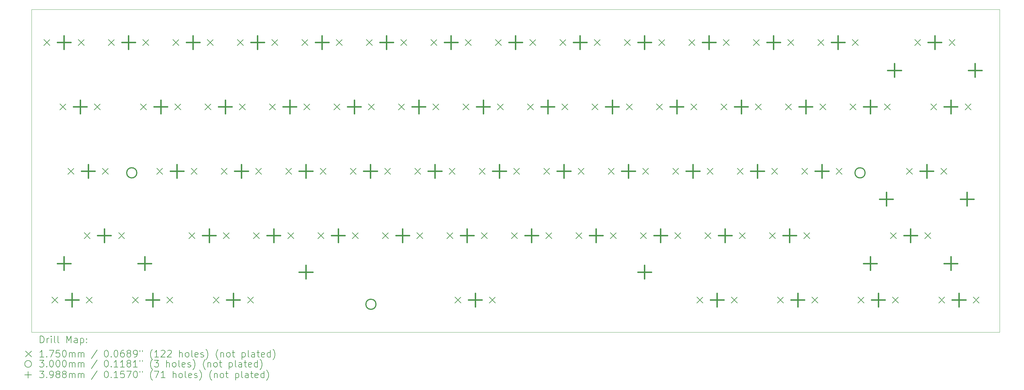
<source format=gbr>
%FSLAX45Y45*%
G04 Gerber Fmt 4.5, Leading zero omitted, Abs format (unit mm)*
G04 Created by KiCad (PCBNEW 6.0.6-3a73a75311~116~ubuntu21.10.1) date 2022-11-06 15:32:38*
%MOMM*%
%LPD*%
G01*
G04 APERTURE LIST*
%TA.AperFunction,Profile*%
%ADD10C,0.100000*%
%TD*%
%ADD11C,0.200000*%
%ADD12C,0.175000*%
%ADD13C,0.300000*%
%ADD14C,0.398780*%
G04 APERTURE END LIST*
D10*
X36027002Y-15112325D02*
X7441676Y-15112325D01*
X7441676Y-15112325D02*
X7441676Y-5559533D01*
X7441676Y-5559533D02*
X36027002Y-5559533D01*
X36027002Y-5559533D02*
X36027002Y-15112325D01*
D11*
D12*
X7801990Y-6452830D02*
X7976990Y-6627830D01*
X7976990Y-6452830D02*
X7801990Y-6627830D01*
X8039960Y-14072160D02*
X8214960Y-14247160D01*
X8214960Y-14072160D02*
X8039960Y-14247160D01*
X8278050Y-8357550D02*
X8453050Y-8532550D01*
X8453050Y-8357550D02*
X8278050Y-8532550D01*
X8516010Y-10262430D02*
X8691010Y-10437430D01*
X8691010Y-10262430D02*
X8516010Y-10437430D01*
X8817990Y-6452830D02*
X8992990Y-6627830D01*
X8992990Y-6452830D02*
X8817990Y-6627830D01*
X8992400Y-12167280D02*
X9167400Y-12342280D01*
X9167400Y-12167280D02*
X8992400Y-12342280D01*
X9055960Y-14072160D02*
X9230960Y-14247160D01*
X9230960Y-14072160D02*
X9055960Y-14247160D01*
X9294050Y-8357550D02*
X9469050Y-8532550D01*
X9469050Y-8357550D02*
X9294050Y-8532550D01*
X9532010Y-10262430D02*
X9707010Y-10437430D01*
X9707010Y-10262430D02*
X9532010Y-10437430D01*
X9706990Y-6452830D02*
X9881990Y-6627830D01*
X9881990Y-6452830D02*
X9706990Y-6627830D01*
X10008400Y-12167280D02*
X10183400Y-12342280D01*
X10183400Y-12167280D02*
X10008400Y-12342280D01*
X10421040Y-14072190D02*
X10596040Y-14247190D01*
X10596040Y-14072190D02*
X10421040Y-14247190D01*
X10659150Y-8357550D02*
X10834150Y-8532550D01*
X10834150Y-8357550D02*
X10659150Y-8532550D01*
X10722990Y-6452830D02*
X10897990Y-6627830D01*
X10897990Y-6452830D02*
X10722990Y-6627830D01*
X11135370Y-10262430D02*
X11310370Y-10437430D01*
X11310370Y-10262430D02*
X11135370Y-10437430D01*
X11437040Y-14072190D02*
X11612040Y-14247190D01*
X11612040Y-14072190D02*
X11437040Y-14247190D01*
X11611990Y-6452830D02*
X11786990Y-6627830D01*
X11786990Y-6452830D02*
X11611990Y-6627830D01*
X11675150Y-8357550D02*
X11850150Y-8532550D01*
X11850150Y-8357550D02*
X11675150Y-8532550D01*
X12087810Y-12167310D02*
X12262810Y-12342310D01*
X12262810Y-12167310D02*
X12087810Y-12342310D01*
X12151370Y-10262430D02*
X12326370Y-10437430D01*
X12326370Y-10262430D02*
X12151370Y-10437430D01*
X12564050Y-8357520D02*
X12739050Y-8532520D01*
X12739050Y-8357520D02*
X12564050Y-8532520D01*
X12627990Y-6452830D02*
X12802990Y-6627830D01*
X12802990Y-6452830D02*
X12627990Y-6627830D01*
X12802140Y-14072190D02*
X12977140Y-14247190D01*
X12977140Y-14072190D02*
X12802140Y-14247190D01*
X13040250Y-10262430D02*
X13215250Y-10437430D01*
X13215250Y-10262430D02*
X13040250Y-10437430D01*
X13103810Y-12167310D02*
X13278810Y-12342310D01*
X13278810Y-12167310D02*
X13103810Y-12342310D01*
X13516990Y-6452830D02*
X13691990Y-6627830D01*
X13691990Y-6452830D02*
X13516990Y-6627830D01*
X13580050Y-8357520D02*
X13755050Y-8532520D01*
X13755050Y-8357520D02*
X13580050Y-8532520D01*
X13818140Y-14072190D02*
X13993140Y-14247190D01*
X13993140Y-14072190D02*
X13818140Y-14247190D01*
X13992710Y-12167280D02*
X14167710Y-12342280D01*
X14167710Y-12167280D02*
X13992710Y-12342280D01*
X14056250Y-10262430D02*
X14231250Y-10437430D01*
X14231250Y-10262430D02*
X14056250Y-10437430D01*
X14469050Y-8357520D02*
X14644050Y-8532520D01*
X14644050Y-8357520D02*
X14469050Y-8532520D01*
X14532990Y-6452830D02*
X14707990Y-6627830D01*
X14707990Y-6452830D02*
X14532990Y-6627830D01*
X14945150Y-10262400D02*
X15120150Y-10437400D01*
X15120150Y-10262400D02*
X14945150Y-10437400D01*
X15008710Y-12167280D02*
X15183710Y-12342280D01*
X15183710Y-12167280D02*
X15008710Y-12342280D01*
X15421990Y-6452830D02*
X15596990Y-6627830D01*
X15596990Y-6452830D02*
X15421990Y-6627830D01*
X15485050Y-8357520D02*
X15660050Y-8532520D01*
X15660050Y-8357520D02*
X15485050Y-8532520D01*
X15897570Y-12167310D02*
X16072570Y-12342310D01*
X16072570Y-12167310D02*
X15897570Y-12342310D01*
X15961150Y-10262400D02*
X16136150Y-10437400D01*
X16136150Y-10262400D02*
X15961150Y-10437400D01*
X16374050Y-8357520D02*
X16549050Y-8532520D01*
X16549050Y-8357520D02*
X16374050Y-8532520D01*
X16437990Y-6452830D02*
X16612990Y-6627830D01*
X16612990Y-6452830D02*
X16437990Y-6627830D01*
X16850150Y-10262400D02*
X17025150Y-10437400D01*
X17025150Y-10262400D02*
X16850150Y-10437400D01*
X16913570Y-12167310D02*
X17088570Y-12342310D01*
X17088570Y-12167310D02*
X16913570Y-12342310D01*
X17326990Y-6452830D02*
X17501990Y-6627830D01*
X17501990Y-6452830D02*
X17326990Y-6627830D01*
X17390050Y-8357520D02*
X17565050Y-8532520D01*
X17565050Y-8357520D02*
X17390050Y-8532520D01*
X17801850Y-12167310D02*
X17976850Y-12342310D01*
X17976850Y-12167310D02*
X17801850Y-12342310D01*
X17866150Y-10262400D02*
X18041150Y-10437400D01*
X18041150Y-10262400D02*
X17866150Y-10437400D01*
X18279050Y-8357520D02*
X18454050Y-8532520D01*
X18454050Y-8357520D02*
X18279050Y-8532520D01*
X18342990Y-6452830D02*
X18517990Y-6627830D01*
X18517990Y-6452830D02*
X18342990Y-6627830D01*
X18755150Y-10262400D02*
X18930150Y-10437400D01*
X18930150Y-10262400D02*
X18755150Y-10437400D01*
X18817850Y-12167310D02*
X18992850Y-12342310D01*
X18992850Y-12167310D02*
X18817850Y-12342310D01*
X19231990Y-6452830D02*
X19406990Y-6627830D01*
X19406990Y-6452830D02*
X19231990Y-6627830D01*
X19295050Y-8357520D02*
X19470050Y-8532520D01*
X19470050Y-8357520D02*
X19295050Y-8532520D01*
X19706850Y-12167310D02*
X19881850Y-12342310D01*
X19881850Y-12167310D02*
X19706850Y-12342310D01*
X19771150Y-10262400D02*
X19946150Y-10437400D01*
X19946150Y-10262400D02*
X19771150Y-10437400D01*
X19945440Y-14072190D02*
X20120440Y-14247190D01*
X20120440Y-14072190D02*
X19945440Y-14247190D01*
X20184050Y-8357520D02*
X20359050Y-8532520D01*
X20359050Y-8357520D02*
X20184050Y-8532520D01*
X20247990Y-6452830D02*
X20422990Y-6627830D01*
X20422990Y-6452830D02*
X20247990Y-6627830D01*
X20660150Y-10262400D02*
X20835150Y-10437400D01*
X20835150Y-10262400D02*
X20660150Y-10437400D01*
X20722850Y-12167310D02*
X20897850Y-12342310D01*
X20897850Y-12167310D02*
X20722850Y-12342310D01*
X20961440Y-14072190D02*
X21136440Y-14247190D01*
X21136440Y-14072190D02*
X20961440Y-14247190D01*
X21136990Y-6452830D02*
X21311990Y-6627830D01*
X21311990Y-6452830D02*
X21136990Y-6627830D01*
X21200050Y-8357520D02*
X21375050Y-8532520D01*
X21375050Y-8357520D02*
X21200050Y-8532520D01*
X21611850Y-12167310D02*
X21786850Y-12342310D01*
X21786850Y-12167310D02*
X21611850Y-12342310D01*
X21676150Y-10262400D02*
X21851150Y-10437400D01*
X21851150Y-10262400D02*
X21676150Y-10437400D01*
X22089050Y-8357520D02*
X22264050Y-8532520D01*
X22264050Y-8357520D02*
X22089050Y-8532520D01*
X22152990Y-6452830D02*
X22327990Y-6627830D01*
X22327990Y-6452830D02*
X22152990Y-6627830D01*
X22565150Y-10262400D02*
X22740150Y-10437400D01*
X22740150Y-10262400D02*
X22565150Y-10437400D01*
X22627850Y-12167310D02*
X22802850Y-12342310D01*
X22802850Y-12167310D02*
X22627850Y-12342310D01*
X23041990Y-6452830D02*
X23216990Y-6627830D01*
X23216990Y-6452830D02*
X23041990Y-6627830D01*
X23105050Y-8357520D02*
X23280050Y-8532520D01*
X23280050Y-8357520D02*
X23105050Y-8532520D01*
X23516850Y-12167310D02*
X23691850Y-12342310D01*
X23691850Y-12167310D02*
X23516850Y-12342310D01*
X23581150Y-10262400D02*
X23756150Y-10437400D01*
X23756150Y-10262400D02*
X23581150Y-10437400D01*
X23994050Y-8357520D02*
X24169050Y-8532520D01*
X24169050Y-8357520D02*
X23994050Y-8532520D01*
X24057990Y-6452830D02*
X24232990Y-6627830D01*
X24232990Y-6452830D02*
X24057990Y-6627830D01*
X24470150Y-10262400D02*
X24645150Y-10437400D01*
X24645150Y-10262400D02*
X24470150Y-10437400D01*
X24532850Y-12167310D02*
X24707850Y-12342310D01*
X24707850Y-12167310D02*
X24532850Y-12342310D01*
X24946990Y-6452830D02*
X25121990Y-6627830D01*
X25121990Y-6452830D02*
X24946990Y-6627830D01*
X25010050Y-8357520D02*
X25185050Y-8532520D01*
X25185050Y-8357520D02*
X25010050Y-8532520D01*
X25421850Y-12167310D02*
X25596850Y-12342310D01*
X25596850Y-12167310D02*
X25421850Y-12342310D01*
X25486150Y-10262400D02*
X25661150Y-10437400D01*
X25661150Y-10262400D02*
X25486150Y-10437400D01*
X25899050Y-8357520D02*
X26074050Y-8532520D01*
X26074050Y-8357520D02*
X25899050Y-8532520D01*
X25962990Y-6452830D02*
X26137990Y-6627830D01*
X26137990Y-6452830D02*
X25962990Y-6627830D01*
X26375150Y-10262400D02*
X26550150Y-10437400D01*
X26550150Y-10262400D02*
X26375150Y-10437400D01*
X26437850Y-12167310D02*
X26612850Y-12342310D01*
X26612850Y-12167310D02*
X26437850Y-12342310D01*
X26851990Y-6452830D02*
X27026990Y-6627830D01*
X27026990Y-6452830D02*
X26851990Y-6627830D01*
X26915050Y-8357520D02*
X27090050Y-8532520D01*
X27090050Y-8357520D02*
X26915050Y-8532520D01*
X27088740Y-14072190D02*
X27263740Y-14247190D01*
X27263740Y-14072190D02*
X27088740Y-14247190D01*
X27326850Y-12167310D02*
X27501850Y-12342310D01*
X27501850Y-12167310D02*
X27326850Y-12342310D01*
X27391150Y-10262400D02*
X27566150Y-10437400D01*
X27566150Y-10262400D02*
X27391150Y-10437400D01*
X27804050Y-8357520D02*
X27979050Y-8532520D01*
X27979050Y-8357520D02*
X27804050Y-8532520D01*
X27867990Y-6452830D02*
X28042990Y-6627830D01*
X28042990Y-6452830D02*
X27867990Y-6627830D01*
X28104740Y-14072190D02*
X28279740Y-14247190D01*
X28279740Y-14072190D02*
X28104740Y-14247190D01*
X28280150Y-10262400D02*
X28455150Y-10437400D01*
X28455150Y-10262400D02*
X28280150Y-10437400D01*
X28342850Y-12167310D02*
X28517850Y-12342310D01*
X28517850Y-12167310D02*
X28342850Y-12342310D01*
X28756990Y-6452830D02*
X28931990Y-6627830D01*
X28931990Y-6452830D02*
X28756990Y-6627830D01*
X28820050Y-8357520D02*
X28995050Y-8532520D01*
X28995050Y-8357520D02*
X28820050Y-8532520D01*
X29231730Y-12167310D02*
X29406730Y-12342310D01*
X29406730Y-12167310D02*
X29231730Y-12342310D01*
X29296150Y-10262400D02*
X29471150Y-10437400D01*
X29471150Y-10262400D02*
X29296150Y-10437400D01*
X29469710Y-14072160D02*
X29644710Y-14247160D01*
X29644710Y-14072160D02*
X29469710Y-14247160D01*
X29709050Y-8357520D02*
X29884050Y-8532520D01*
X29884050Y-8357520D02*
X29709050Y-8532520D01*
X29772990Y-6452830D02*
X29947990Y-6627830D01*
X29947990Y-6452830D02*
X29772990Y-6627830D01*
X30185150Y-10262400D02*
X30360150Y-10437400D01*
X30360150Y-10262400D02*
X30185150Y-10437400D01*
X30247730Y-12167310D02*
X30422730Y-12342310D01*
X30422730Y-12167310D02*
X30247730Y-12342310D01*
X30485710Y-14072160D02*
X30660710Y-14247160D01*
X30660710Y-14072160D02*
X30485710Y-14247160D01*
X30661990Y-6452830D02*
X30836990Y-6627830D01*
X30836990Y-6452830D02*
X30661990Y-6627830D01*
X30725050Y-8357520D02*
X30900050Y-8532520D01*
X30900050Y-8357520D02*
X30725050Y-8532520D01*
X31201150Y-10262400D02*
X31376150Y-10437400D01*
X31376150Y-10262400D02*
X31201150Y-10437400D01*
X31612850Y-8357520D02*
X31787850Y-8532520D01*
X31787850Y-8357520D02*
X31612850Y-8532520D01*
X31677990Y-6452830D02*
X31852990Y-6627830D01*
X31852990Y-6452830D02*
X31677990Y-6627830D01*
X31850940Y-14072190D02*
X32025940Y-14247190D01*
X32025940Y-14072190D02*
X31850940Y-14247190D01*
X32628850Y-8357520D02*
X32803850Y-8532520D01*
X32803850Y-8357520D02*
X32628850Y-8532520D01*
X32803380Y-12167310D02*
X32978380Y-12342310D01*
X32978380Y-12167310D02*
X32803380Y-12342310D01*
X32866940Y-14072190D02*
X33041940Y-14247190D01*
X33041940Y-14072190D02*
X32866940Y-14247190D01*
X33279600Y-10262430D02*
X33454600Y-10437430D01*
X33454600Y-10262430D02*
X33279600Y-10437430D01*
X33519490Y-6452830D02*
X33694490Y-6627830D01*
X33694490Y-6452830D02*
X33519490Y-6627830D01*
X33819380Y-12167310D02*
X33994380Y-12342310D01*
X33994380Y-12167310D02*
X33819380Y-12342310D01*
X33993950Y-8357550D02*
X34168950Y-8532550D01*
X34168950Y-8357550D02*
X33993950Y-8532550D01*
X34232040Y-14072190D02*
X34407040Y-14247190D01*
X34407040Y-14072190D02*
X34232040Y-14247190D01*
X34295600Y-10262430D02*
X34470600Y-10437430D01*
X34470600Y-10262430D02*
X34295600Y-10437430D01*
X34535490Y-6452830D02*
X34710490Y-6627830D01*
X34710490Y-6452830D02*
X34535490Y-6627830D01*
X35009950Y-8357550D02*
X35184950Y-8532550D01*
X35184950Y-8357550D02*
X35009950Y-8532550D01*
X35248040Y-14072190D02*
X35423040Y-14247190D01*
X35423040Y-14072190D02*
X35248040Y-14247190D01*
D13*
X10547470Y-10397470D02*
G75*
G03*
X10547470Y-10397470I-150000J0D01*
G01*
X17611400Y-14286600D02*
G75*
G03*
X17611400Y-14286600I-150000J0D01*
G01*
X32056740Y-10397470D02*
G75*
G03*
X32056740Y-10397470I-150000J0D01*
G01*
D14*
X8397255Y-12880920D02*
X8397255Y-13279700D01*
X8197865Y-13080310D02*
X8596645Y-13080310D01*
X8397490Y-6340940D02*
X8397490Y-6739720D01*
X8198100Y-6540330D02*
X8596880Y-6540330D01*
X8635460Y-13960270D02*
X8635460Y-14359050D01*
X8436070Y-14159660D02*
X8834850Y-14159660D01*
X8873550Y-8245660D02*
X8873550Y-8644440D01*
X8674160Y-8445050D02*
X9072940Y-8445050D01*
X9111510Y-10150540D02*
X9111510Y-10549320D01*
X8912120Y-10349930D02*
X9310900Y-10349930D01*
X9587900Y-12055390D02*
X9587900Y-12454170D01*
X9388510Y-12254780D02*
X9787290Y-12254780D01*
X10302490Y-6340940D02*
X10302490Y-6739720D01*
X10103100Y-6540330D02*
X10501880Y-6540330D01*
X10778505Y-12880920D02*
X10778505Y-13279700D01*
X10579115Y-13080310D02*
X10977895Y-13080310D01*
X11016540Y-13960300D02*
X11016540Y-14359080D01*
X10817150Y-14159690D02*
X11215930Y-14159690D01*
X11254650Y-8245660D02*
X11254650Y-8644440D01*
X11055260Y-8445050D02*
X11454040Y-8445050D01*
X11730870Y-10150540D02*
X11730870Y-10549320D01*
X11531480Y-10349930D02*
X11930260Y-10349930D01*
X12207490Y-6340940D02*
X12207490Y-6739720D01*
X12008100Y-6540330D02*
X12406880Y-6540330D01*
X12683310Y-12055420D02*
X12683310Y-12454200D01*
X12483920Y-12254810D02*
X12882700Y-12254810D01*
X13159550Y-8245630D02*
X13159550Y-8644410D01*
X12960160Y-8445020D02*
X13358940Y-8445020D01*
X13397640Y-13960300D02*
X13397640Y-14359080D01*
X13198250Y-14159690D02*
X13597030Y-14159690D01*
X13635750Y-10150540D02*
X13635750Y-10549320D01*
X13436360Y-10349930D02*
X13835140Y-10349930D01*
X14112490Y-6340940D02*
X14112490Y-6739720D01*
X13913100Y-6540330D02*
X14311880Y-6540330D01*
X14588210Y-12055390D02*
X14588210Y-12454170D01*
X14388820Y-12254780D02*
X14787600Y-12254780D01*
X15064550Y-8245630D02*
X15064550Y-8644410D01*
X14865160Y-8445020D02*
X15263940Y-8445020D01*
X15540315Y-13134800D02*
X15540315Y-13533580D01*
X15340925Y-13334190D02*
X15739705Y-13334190D01*
X15540650Y-10150510D02*
X15540650Y-10549290D01*
X15341260Y-10349900D02*
X15740040Y-10349900D01*
X16017490Y-6340940D02*
X16017490Y-6739720D01*
X15818100Y-6540330D02*
X16216880Y-6540330D01*
X16493070Y-12055420D02*
X16493070Y-12454200D01*
X16293680Y-12254810D02*
X16692460Y-12254810D01*
X16969550Y-8245630D02*
X16969550Y-8644410D01*
X16770160Y-8445020D02*
X17168940Y-8445020D01*
X17445650Y-10150510D02*
X17445650Y-10549290D01*
X17246260Y-10349900D02*
X17645040Y-10349900D01*
X17922490Y-6340940D02*
X17922490Y-6739720D01*
X17723100Y-6540330D02*
X18121880Y-6540330D01*
X18397350Y-12055420D02*
X18397350Y-12454200D01*
X18197960Y-12254810D02*
X18596740Y-12254810D01*
X18874550Y-8245630D02*
X18874550Y-8644410D01*
X18675160Y-8445020D02*
X19073940Y-8445020D01*
X19350650Y-10150510D02*
X19350650Y-10549290D01*
X19151260Y-10349900D02*
X19550040Y-10349900D01*
X19827490Y-6340940D02*
X19827490Y-6739720D01*
X19628100Y-6540330D02*
X20026880Y-6540330D01*
X20302350Y-12055420D02*
X20302350Y-12454200D01*
X20102960Y-12254810D02*
X20501740Y-12254810D01*
X20540940Y-13960300D02*
X20540940Y-14359080D01*
X20341550Y-14159690D02*
X20740330Y-14159690D01*
X20779550Y-8245630D02*
X20779550Y-8644410D01*
X20580160Y-8445020D02*
X20978940Y-8445020D01*
X21255650Y-10150510D02*
X21255650Y-10549290D01*
X21056260Y-10349900D02*
X21455040Y-10349900D01*
X21732490Y-6340940D02*
X21732490Y-6739720D01*
X21533100Y-6540330D02*
X21931880Y-6540330D01*
X22207350Y-12055420D02*
X22207350Y-12454200D01*
X22007960Y-12254810D02*
X22406740Y-12254810D01*
X22684550Y-8245630D02*
X22684550Y-8644410D01*
X22485160Y-8445020D02*
X22883940Y-8445020D01*
X23160650Y-10150510D02*
X23160650Y-10549290D01*
X22961260Y-10349900D02*
X23360040Y-10349900D01*
X23637490Y-6340940D02*
X23637490Y-6739720D01*
X23438100Y-6540330D02*
X23836880Y-6540330D01*
X24112350Y-12055420D02*
X24112350Y-12454200D01*
X23912960Y-12254810D02*
X24311740Y-12254810D01*
X24589550Y-8245630D02*
X24589550Y-8644410D01*
X24390160Y-8445020D02*
X24788940Y-8445020D01*
X25065650Y-10150510D02*
X25065650Y-10549290D01*
X24866260Y-10349900D02*
X25265040Y-10349900D01*
X25541565Y-13134800D02*
X25541565Y-13533580D01*
X25342175Y-13334190D02*
X25740955Y-13334190D01*
X25542490Y-6340940D02*
X25542490Y-6739720D01*
X25343100Y-6540330D02*
X25741880Y-6540330D01*
X26017350Y-12055420D02*
X26017350Y-12454200D01*
X25817960Y-12254810D02*
X26216740Y-12254810D01*
X26494550Y-8245630D02*
X26494550Y-8644410D01*
X26295160Y-8445020D02*
X26693940Y-8445020D01*
X26970650Y-10150510D02*
X26970650Y-10549290D01*
X26771260Y-10349900D02*
X27170040Y-10349900D01*
X27447490Y-6340940D02*
X27447490Y-6739720D01*
X27248100Y-6540330D02*
X27646880Y-6540330D01*
X27684240Y-13960300D02*
X27684240Y-14359080D01*
X27484850Y-14159690D02*
X27883630Y-14159690D01*
X27922350Y-12055420D02*
X27922350Y-12454200D01*
X27722960Y-12254810D02*
X28121740Y-12254810D01*
X28399550Y-8245630D02*
X28399550Y-8644410D01*
X28200160Y-8445020D02*
X28598940Y-8445020D01*
X28875650Y-10150510D02*
X28875650Y-10549290D01*
X28676260Y-10349900D02*
X29075040Y-10349900D01*
X29352490Y-6340940D02*
X29352490Y-6739720D01*
X29153100Y-6540330D02*
X29551880Y-6540330D01*
X29827230Y-12055420D02*
X29827230Y-12454200D01*
X29627840Y-12254810D02*
X30026620Y-12254810D01*
X30065210Y-13960270D02*
X30065210Y-14359050D01*
X29865820Y-14159660D02*
X30264600Y-14159660D01*
X30304550Y-8245630D02*
X30304550Y-8644410D01*
X30105160Y-8445020D02*
X30503940Y-8445020D01*
X30780650Y-10150510D02*
X30780650Y-10549290D01*
X30581260Y-10349900D02*
X30980040Y-10349900D01*
X31257490Y-6340940D02*
X31257490Y-6739720D01*
X31058100Y-6540330D02*
X31456880Y-6540330D01*
X32208255Y-12880920D02*
X32208255Y-13279700D01*
X32008865Y-13080310D02*
X32407645Y-13080310D01*
X32208350Y-8245630D02*
X32208350Y-8644410D01*
X32008960Y-8445020D02*
X32407740Y-8445020D01*
X32446440Y-13960300D02*
X32446440Y-14359080D01*
X32247050Y-14159690D02*
X32645830Y-14159690D01*
X32684475Y-10976040D02*
X32684475Y-11374820D01*
X32485085Y-11175430D02*
X32883865Y-11175430D01*
X32922585Y-7166280D02*
X32922585Y-7565060D01*
X32723195Y-7365670D02*
X33121975Y-7365670D01*
X33398880Y-12055420D02*
X33398880Y-12454200D01*
X33199490Y-12254810D02*
X33598270Y-12254810D01*
X33875100Y-10150540D02*
X33875100Y-10549320D01*
X33675710Y-10349930D02*
X34074490Y-10349930D01*
X34114990Y-6340940D02*
X34114990Y-6739720D01*
X33915600Y-6540330D02*
X34314380Y-6540330D01*
X34589450Y-8245660D02*
X34589450Y-8644440D01*
X34390060Y-8445050D02*
X34788840Y-8445050D01*
X34589505Y-12880920D02*
X34589505Y-13279700D01*
X34390115Y-13080310D02*
X34788895Y-13080310D01*
X34827540Y-13960300D02*
X34827540Y-14359080D01*
X34628150Y-14159690D02*
X35026930Y-14159690D01*
X35065725Y-10976040D02*
X35065725Y-11374820D01*
X34866335Y-11175430D02*
X35265115Y-11175430D01*
X35303835Y-7166280D02*
X35303835Y-7565060D01*
X35104445Y-7365670D02*
X35503225Y-7365670D01*
D11*
X7694295Y-15427801D02*
X7694295Y-15227801D01*
X7741914Y-15227801D01*
X7770485Y-15237325D01*
X7789533Y-15256373D01*
X7799057Y-15275420D01*
X7808580Y-15313515D01*
X7808580Y-15342087D01*
X7799057Y-15380182D01*
X7789533Y-15399230D01*
X7770485Y-15418277D01*
X7741914Y-15427801D01*
X7694295Y-15427801D01*
X7894295Y-15427801D02*
X7894295Y-15294468D01*
X7894295Y-15332563D02*
X7903818Y-15313515D01*
X7913342Y-15303992D01*
X7932390Y-15294468D01*
X7951438Y-15294468D01*
X8018104Y-15427801D02*
X8018104Y-15294468D01*
X8018104Y-15227801D02*
X8008580Y-15237325D01*
X8018104Y-15246849D01*
X8027628Y-15237325D01*
X8018104Y-15227801D01*
X8018104Y-15246849D01*
X8141914Y-15427801D02*
X8122866Y-15418277D01*
X8113342Y-15399230D01*
X8113342Y-15227801D01*
X8246676Y-15427801D02*
X8227628Y-15418277D01*
X8218104Y-15399230D01*
X8218104Y-15227801D01*
X8475247Y-15427801D02*
X8475247Y-15227801D01*
X8541914Y-15370658D01*
X8608580Y-15227801D01*
X8608580Y-15427801D01*
X8789533Y-15427801D02*
X8789533Y-15323039D01*
X8780009Y-15303992D01*
X8760961Y-15294468D01*
X8722866Y-15294468D01*
X8703819Y-15303992D01*
X8789533Y-15418277D02*
X8770485Y-15427801D01*
X8722866Y-15427801D01*
X8703819Y-15418277D01*
X8694295Y-15399230D01*
X8694295Y-15380182D01*
X8703819Y-15361134D01*
X8722866Y-15351611D01*
X8770485Y-15351611D01*
X8789533Y-15342087D01*
X8884771Y-15294468D02*
X8884771Y-15494468D01*
X8884771Y-15303992D02*
X8903819Y-15294468D01*
X8941914Y-15294468D01*
X8960961Y-15303992D01*
X8970485Y-15313515D01*
X8980009Y-15332563D01*
X8980009Y-15389706D01*
X8970485Y-15408753D01*
X8960961Y-15418277D01*
X8941914Y-15427801D01*
X8903819Y-15427801D01*
X8884771Y-15418277D01*
X9065723Y-15408753D02*
X9075247Y-15418277D01*
X9065723Y-15427801D01*
X9056200Y-15418277D01*
X9065723Y-15408753D01*
X9065723Y-15427801D01*
X9065723Y-15303992D02*
X9075247Y-15313515D01*
X9065723Y-15323039D01*
X9056200Y-15313515D01*
X9065723Y-15303992D01*
X9065723Y-15323039D01*
D12*
X7261676Y-15669825D02*
X7436676Y-15844825D01*
X7436676Y-15669825D02*
X7261676Y-15844825D01*
D11*
X7799057Y-15847801D02*
X7684771Y-15847801D01*
X7741914Y-15847801D02*
X7741914Y-15647801D01*
X7722866Y-15676373D01*
X7703818Y-15695420D01*
X7684771Y-15704944D01*
X7884771Y-15828753D02*
X7894295Y-15838277D01*
X7884771Y-15847801D01*
X7875247Y-15838277D01*
X7884771Y-15828753D01*
X7884771Y-15847801D01*
X7960961Y-15647801D02*
X8094295Y-15647801D01*
X8008580Y-15847801D01*
X8265723Y-15647801D02*
X8170485Y-15647801D01*
X8160961Y-15743039D01*
X8170485Y-15733515D01*
X8189533Y-15723992D01*
X8237152Y-15723992D01*
X8256199Y-15733515D01*
X8265723Y-15743039D01*
X8275247Y-15762087D01*
X8275247Y-15809706D01*
X8265723Y-15828753D01*
X8256199Y-15838277D01*
X8237152Y-15847801D01*
X8189533Y-15847801D01*
X8170485Y-15838277D01*
X8160961Y-15828753D01*
X8399057Y-15647801D02*
X8418104Y-15647801D01*
X8437152Y-15657325D01*
X8446676Y-15666849D01*
X8456200Y-15685896D01*
X8465723Y-15723992D01*
X8465723Y-15771611D01*
X8456200Y-15809706D01*
X8446676Y-15828753D01*
X8437152Y-15838277D01*
X8418104Y-15847801D01*
X8399057Y-15847801D01*
X8380009Y-15838277D01*
X8370485Y-15828753D01*
X8360961Y-15809706D01*
X8351438Y-15771611D01*
X8351438Y-15723992D01*
X8360961Y-15685896D01*
X8370485Y-15666849D01*
X8380009Y-15657325D01*
X8399057Y-15647801D01*
X8551438Y-15847801D02*
X8551438Y-15714468D01*
X8551438Y-15733515D02*
X8560961Y-15723992D01*
X8580009Y-15714468D01*
X8608580Y-15714468D01*
X8627628Y-15723992D01*
X8637152Y-15743039D01*
X8637152Y-15847801D01*
X8637152Y-15743039D02*
X8646676Y-15723992D01*
X8665723Y-15714468D01*
X8694295Y-15714468D01*
X8713342Y-15723992D01*
X8722866Y-15743039D01*
X8722866Y-15847801D01*
X8818104Y-15847801D02*
X8818104Y-15714468D01*
X8818104Y-15733515D02*
X8827628Y-15723992D01*
X8846676Y-15714468D01*
X8875247Y-15714468D01*
X8894295Y-15723992D01*
X8903819Y-15743039D01*
X8903819Y-15847801D01*
X8903819Y-15743039D02*
X8913342Y-15723992D01*
X8932390Y-15714468D01*
X8960961Y-15714468D01*
X8980009Y-15723992D01*
X8989533Y-15743039D01*
X8989533Y-15847801D01*
X9380009Y-15638277D02*
X9208580Y-15895420D01*
X9637152Y-15647801D02*
X9656200Y-15647801D01*
X9675247Y-15657325D01*
X9684771Y-15666849D01*
X9694295Y-15685896D01*
X9703819Y-15723992D01*
X9703819Y-15771611D01*
X9694295Y-15809706D01*
X9684771Y-15828753D01*
X9675247Y-15838277D01*
X9656200Y-15847801D01*
X9637152Y-15847801D01*
X9618104Y-15838277D01*
X9608580Y-15828753D01*
X9599057Y-15809706D01*
X9589533Y-15771611D01*
X9589533Y-15723992D01*
X9599057Y-15685896D01*
X9608580Y-15666849D01*
X9618104Y-15657325D01*
X9637152Y-15647801D01*
X9789533Y-15828753D02*
X9799057Y-15838277D01*
X9789533Y-15847801D01*
X9780009Y-15838277D01*
X9789533Y-15828753D01*
X9789533Y-15847801D01*
X9922866Y-15647801D02*
X9941914Y-15647801D01*
X9960961Y-15657325D01*
X9970485Y-15666849D01*
X9980009Y-15685896D01*
X9989533Y-15723992D01*
X9989533Y-15771611D01*
X9980009Y-15809706D01*
X9970485Y-15828753D01*
X9960961Y-15838277D01*
X9941914Y-15847801D01*
X9922866Y-15847801D01*
X9903819Y-15838277D01*
X9894295Y-15828753D01*
X9884771Y-15809706D01*
X9875247Y-15771611D01*
X9875247Y-15723992D01*
X9884771Y-15685896D01*
X9894295Y-15666849D01*
X9903819Y-15657325D01*
X9922866Y-15647801D01*
X10160961Y-15647801D02*
X10122866Y-15647801D01*
X10103819Y-15657325D01*
X10094295Y-15666849D01*
X10075247Y-15695420D01*
X10065723Y-15733515D01*
X10065723Y-15809706D01*
X10075247Y-15828753D01*
X10084771Y-15838277D01*
X10103819Y-15847801D01*
X10141914Y-15847801D01*
X10160961Y-15838277D01*
X10170485Y-15828753D01*
X10180009Y-15809706D01*
X10180009Y-15762087D01*
X10170485Y-15743039D01*
X10160961Y-15733515D01*
X10141914Y-15723992D01*
X10103819Y-15723992D01*
X10084771Y-15733515D01*
X10075247Y-15743039D01*
X10065723Y-15762087D01*
X10294295Y-15733515D02*
X10275247Y-15723992D01*
X10265723Y-15714468D01*
X10256200Y-15695420D01*
X10256200Y-15685896D01*
X10265723Y-15666849D01*
X10275247Y-15657325D01*
X10294295Y-15647801D01*
X10332390Y-15647801D01*
X10351438Y-15657325D01*
X10360961Y-15666849D01*
X10370485Y-15685896D01*
X10370485Y-15695420D01*
X10360961Y-15714468D01*
X10351438Y-15723992D01*
X10332390Y-15733515D01*
X10294295Y-15733515D01*
X10275247Y-15743039D01*
X10265723Y-15752563D01*
X10256200Y-15771611D01*
X10256200Y-15809706D01*
X10265723Y-15828753D01*
X10275247Y-15838277D01*
X10294295Y-15847801D01*
X10332390Y-15847801D01*
X10351438Y-15838277D01*
X10360961Y-15828753D01*
X10370485Y-15809706D01*
X10370485Y-15771611D01*
X10360961Y-15752563D01*
X10351438Y-15743039D01*
X10332390Y-15733515D01*
X10465723Y-15847801D02*
X10503819Y-15847801D01*
X10522866Y-15838277D01*
X10532390Y-15828753D01*
X10551438Y-15800182D01*
X10560961Y-15762087D01*
X10560961Y-15685896D01*
X10551438Y-15666849D01*
X10541914Y-15657325D01*
X10522866Y-15647801D01*
X10484771Y-15647801D01*
X10465723Y-15657325D01*
X10456200Y-15666849D01*
X10446676Y-15685896D01*
X10446676Y-15733515D01*
X10456200Y-15752563D01*
X10465723Y-15762087D01*
X10484771Y-15771611D01*
X10522866Y-15771611D01*
X10541914Y-15762087D01*
X10551438Y-15752563D01*
X10560961Y-15733515D01*
X10637152Y-15647801D02*
X10637152Y-15685896D01*
X10713342Y-15647801D02*
X10713342Y-15685896D01*
X11008580Y-15923992D02*
X10999057Y-15914468D01*
X10980009Y-15885896D01*
X10970485Y-15866849D01*
X10960961Y-15838277D01*
X10951438Y-15790658D01*
X10951438Y-15752563D01*
X10960961Y-15704944D01*
X10970485Y-15676373D01*
X10980009Y-15657325D01*
X10999057Y-15628753D01*
X11008580Y-15619230D01*
X11189533Y-15847801D02*
X11075247Y-15847801D01*
X11132390Y-15847801D02*
X11132390Y-15647801D01*
X11113342Y-15676373D01*
X11094295Y-15695420D01*
X11075247Y-15704944D01*
X11265723Y-15666849D02*
X11275247Y-15657325D01*
X11294295Y-15647801D01*
X11341914Y-15647801D01*
X11360961Y-15657325D01*
X11370485Y-15666849D01*
X11380009Y-15685896D01*
X11380009Y-15704944D01*
X11370485Y-15733515D01*
X11256199Y-15847801D01*
X11380009Y-15847801D01*
X11456199Y-15666849D02*
X11465723Y-15657325D01*
X11484771Y-15647801D01*
X11532390Y-15647801D01*
X11551438Y-15657325D01*
X11560961Y-15666849D01*
X11570485Y-15685896D01*
X11570485Y-15704944D01*
X11560961Y-15733515D01*
X11446676Y-15847801D01*
X11570485Y-15847801D01*
X11808580Y-15847801D02*
X11808580Y-15647801D01*
X11894295Y-15847801D02*
X11894295Y-15743039D01*
X11884771Y-15723992D01*
X11865723Y-15714468D01*
X11837152Y-15714468D01*
X11818104Y-15723992D01*
X11808580Y-15733515D01*
X12018104Y-15847801D02*
X11999057Y-15838277D01*
X11989533Y-15828753D01*
X11980009Y-15809706D01*
X11980009Y-15752563D01*
X11989533Y-15733515D01*
X11999057Y-15723992D01*
X12018104Y-15714468D01*
X12046676Y-15714468D01*
X12065723Y-15723992D01*
X12075247Y-15733515D01*
X12084771Y-15752563D01*
X12084771Y-15809706D01*
X12075247Y-15828753D01*
X12065723Y-15838277D01*
X12046676Y-15847801D01*
X12018104Y-15847801D01*
X12199057Y-15847801D02*
X12180009Y-15838277D01*
X12170485Y-15819230D01*
X12170485Y-15647801D01*
X12351438Y-15838277D02*
X12332390Y-15847801D01*
X12294295Y-15847801D01*
X12275247Y-15838277D01*
X12265723Y-15819230D01*
X12265723Y-15743039D01*
X12275247Y-15723992D01*
X12294295Y-15714468D01*
X12332390Y-15714468D01*
X12351438Y-15723992D01*
X12360961Y-15743039D01*
X12360961Y-15762087D01*
X12265723Y-15781134D01*
X12437152Y-15838277D02*
X12456199Y-15847801D01*
X12494295Y-15847801D01*
X12513342Y-15838277D01*
X12522866Y-15819230D01*
X12522866Y-15809706D01*
X12513342Y-15790658D01*
X12494295Y-15781134D01*
X12465723Y-15781134D01*
X12446676Y-15771611D01*
X12437152Y-15752563D01*
X12437152Y-15743039D01*
X12446676Y-15723992D01*
X12465723Y-15714468D01*
X12494295Y-15714468D01*
X12513342Y-15723992D01*
X12589533Y-15923992D02*
X12599057Y-15914468D01*
X12618104Y-15885896D01*
X12627628Y-15866849D01*
X12637152Y-15838277D01*
X12646676Y-15790658D01*
X12646676Y-15752563D01*
X12637152Y-15704944D01*
X12627628Y-15676373D01*
X12618104Y-15657325D01*
X12599057Y-15628753D01*
X12589533Y-15619230D01*
X12951438Y-15923992D02*
X12941914Y-15914468D01*
X12922866Y-15885896D01*
X12913342Y-15866849D01*
X12903818Y-15838277D01*
X12894295Y-15790658D01*
X12894295Y-15752563D01*
X12903818Y-15704944D01*
X12913342Y-15676373D01*
X12922866Y-15657325D01*
X12941914Y-15628753D01*
X12951438Y-15619230D01*
X13027628Y-15714468D02*
X13027628Y-15847801D01*
X13027628Y-15733515D02*
X13037152Y-15723992D01*
X13056199Y-15714468D01*
X13084771Y-15714468D01*
X13103818Y-15723992D01*
X13113342Y-15743039D01*
X13113342Y-15847801D01*
X13237152Y-15847801D02*
X13218104Y-15838277D01*
X13208580Y-15828753D01*
X13199057Y-15809706D01*
X13199057Y-15752563D01*
X13208580Y-15733515D01*
X13218104Y-15723992D01*
X13237152Y-15714468D01*
X13265723Y-15714468D01*
X13284771Y-15723992D01*
X13294295Y-15733515D01*
X13303818Y-15752563D01*
X13303818Y-15809706D01*
X13294295Y-15828753D01*
X13284771Y-15838277D01*
X13265723Y-15847801D01*
X13237152Y-15847801D01*
X13360961Y-15714468D02*
X13437152Y-15714468D01*
X13389533Y-15647801D02*
X13389533Y-15819230D01*
X13399057Y-15838277D01*
X13418104Y-15847801D01*
X13437152Y-15847801D01*
X13656199Y-15714468D02*
X13656199Y-15914468D01*
X13656199Y-15723992D02*
X13675247Y-15714468D01*
X13713342Y-15714468D01*
X13732390Y-15723992D01*
X13741914Y-15733515D01*
X13751438Y-15752563D01*
X13751438Y-15809706D01*
X13741914Y-15828753D01*
X13732390Y-15838277D01*
X13713342Y-15847801D01*
X13675247Y-15847801D01*
X13656199Y-15838277D01*
X13865723Y-15847801D02*
X13846676Y-15838277D01*
X13837152Y-15819230D01*
X13837152Y-15647801D01*
X14027628Y-15847801D02*
X14027628Y-15743039D01*
X14018104Y-15723992D01*
X13999057Y-15714468D01*
X13960961Y-15714468D01*
X13941914Y-15723992D01*
X14027628Y-15838277D02*
X14008580Y-15847801D01*
X13960961Y-15847801D01*
X13941914Y-15838277D01*
X13932390Y-15819230D01*
X13932390Y-15800182D01*
X13941914Y-15781134D01*
X13960961Y-15771611D01*
X14008580Y-15771611D01*
X14027628Y-15762087D01*
X14094295Y-15714468D02*
X14170485Y-15714468D01*
X14122866Y-15647801D02*
X14122866Y-15819230D01*
X14132390Y-15838277D01*
X14151438Y-15847801D01*
X14170485Y-15847801D01*
X14313342Y-15838277D02*
X14294295Y-15847801D01*
X14256199Y-15847801D01*
X14237152Y-15838277D01*
X14227628Y-15819230D01*
X14227628Y-15743039D01*
X14237152Y-15723992D01*
X14256199Y-15714468D01*
X14294295Y-15714468D01*
X14313342Y-15723992D01*
X14322866Y-15743039D01*
X14322866Y-15762087D01*
X14227628Y-15781134D01*
X14494295Y-15847801D02*
X14494295Y-15647801D01*
X14494295Y-15838277D02*
X14475247Y-15847801D01*
X14437152Y-15847801D01*
X14418104Y-15838277D01*
X14408580Y-15828753D01*
X14399057Y-15809706D01*
X14399057Y-15752563D01*
X14408580Y-15733515D01*
X14418104Y-15723992D01*
X14437152Y-15714468D01*
X14475247Y-15714468D01*
X14494295Y-15723992D01*
X14570485Y-15923992D02*
X14580009Y-15914468D01*
X14599057Y-15885896D01*
X14608580Y-15866849D01*
X14618104Y-15838277D01*
X14627628Y-15790658D01*
X14627628Y-15752563D01*
X14618104Y-15704944D01*
X14608580Y-15676373D01*
X14599057Y-15657325D01*
X14580009Y-15628753D01*
X14570485Y-15619230D01*
X7436676Y-16052325D02*
G75*
G03*
X7436676Y-16052325I-100000J0D01*
G01*
X7675247Y-15942801D02*
X7799057Y-15942801D01*
X7732390Y-16018992D01*
X7760961Y-16018992D01*
X7780009Y-16028515D01*
X7789533Y-16038039D01*
X7799057Y-16057087D01*
X7799057Y-16104706D01*
X7789533Y-16123753D01*
X7780009Y-16133277D01*
X7760961Y-16142801D01*
X7703818Y-16142801D01*
X7684771Y-16133277D01*
X7675247Y-16123753D01*
X7884771Y-16123753D02*
X7894295Y-16133277D01*
X7884771Y-16142801D01*
X7875247Y-16133277D01*
X7884771Y-16123753D01*
X7884771Y-16142801D01*
X8018104Y-15942801D02*
X8037152Y-15942801D01*
X8056199Y-15952325D01*
X8065723Y-15961849D01*
X8075247Y-15980896D01*
X8084771Y-16018992D01*
X8084771Y-16066611D01*
X8075247Y-16104706D01*
X8065723Y-16123753D01*
X8056199Y-16133277D01*
X8037152Y-16142801D01*
X8018104Y-16142801D01*
X7999057Y-16133277D01*
X7989533Y-16123753D01*
X7980009Y-16104706D01*
X7970485Y-16066611D01*
X7970485Y-16018992D01*
X7980009Y-15980896D01*
X7989533Y-15961849D01*
X7999057Y-15952325D01*
X8018104Y-15942801D01*
X8208580Y-15942801D02*
X8227628Y-15942801D01*
X8246676Y-15952325D01*
X8256199Y-15961849D01*
X8265723Y-15980896D01*
X8275247Y-16018992D01*
X8275247Y-16066611D01*
X8265723Y-16104706D01*
X8256199Y-16123753D01*
X8246676Y-16133277D01*
X8227628Y-16142801D01*
X8208580Y-16142801D01*
X8189533Y-16133277D01*
X8180009Y-16123753D01*
X8170485Y-16104706D01*
X8160961Y-16066611D01*
X8160961Y-16018992D01*
X8170485Y-15980896D01*
X8180009Y-15961849D01*
X8189533Y-15952325D01*
X8208580Y-15942801D01*
X8399057Y-15942801D02*
X8418104Y-15942801D01*
X8437152Y-15952325D01*
X8446676Y-15961849D01*
X8456200Y-15980896D01*
X8465723Y-16018992D01*
X8465723Y-16066611D01*
X8456200Y-16104706D01*
X8446676Y-16123753D01*
X8437152Y-16133277D01*
X8418104Y-16142801D01*
X8399057Y-16142801D01*
X8380009Y-16133277D01*
X8370485Y-16123753D01*
X8360961Y-16104706D01*
X8351438Y-16066611D01*
X8351438Y-16018992D01*
X8360961Y-15980896D01*
X8370485Y-15961849D01*
X8380009Y-15952325D01*
X8399057Y-15942801D01*
X8551438Y-16142801D02*
X8551438Y-16009468D01*
X8551438Y-16028515D02*
X8560961Y-16018992D01*
X8580009Y-16009468D01*
X8608580Y-16009468D01*
X8627628Y-16018992D01*
X8637152Y-16038039D01*
X8637152Y-16142801D01*
X8637152Y-16038039D02*
X8646676Y-16018992D01*
X8665723Y-16009468D01*
X8694295Y-16009468D01*
X8713342Y-16018992D01*
X8722866Y-16038039D01*
X8722866Y-16142801D01*
X8818104Y-16142801D02*
X8818104Y-16009468D01*
X8818104Y-16028515D02*
X8827628Y-16018992D01*
X8846676Y-16009468D01*
X8875247Y-16009468D01*
X8894295Y-16018992D01*
X8903819Y-16038039D01*
X8903819Y-16142801D01*
X8903819Y-16038039D02*
X8913342Y-16018992D01*
X8932390Y-16009468D01*
X8960961Y-16009468D01*
X8980009Y-16018992D01*
X8989533Y-16038039D01*
X8989533Y-16142801D01*
X9380009Y-15933277D02*
X9208580Y-16190420D01*
X9637152Y-15942801D02*
X9656200Y-15942801D01*
X9675247Y-15952325D01*
X9684771Y-15961849D01*
X9694295Y-15980896D01*
X9703819Y-16018992D01*
X9703819Y-16066611D01*
X9694295Y-16104706D01*
X9684771Y-16123753D01*
X9675247Y-16133277D01*
X9656200Y-16142801D01*
X9637152Y-16142801D01*
X9618104Y-16133277D01*
X9608580Y-16123753D01*
X9599057Y-16104706D01*
X9589533Y-16066611D01*
X9589533Y-16018992D01*
X9599057Y-15980896D01*
X9608580Y-15961849D01*
X9618104Y-15952325D01*
X9637152Y-15942801D01*
X9789533Y-16123753D02*
X9799057Y-16133277D01*
X9789533Y-16142801D01*
X9780009Y-16133277D01*
X9789533Y-16123753D01*
X9789533Y-16142801D01*
X9989533Y-16142801D02*
X9875247Y-16142801D01*
X9932390Y-16142801D02*
X9932390Y-15942801D01*
X9913342Y-15971373D01*
X9894295Y-15990420D01*
X9875247Y-15999944D01*
X10180009Y-16142801D02*
X10065723Y-16142801D01*
X10122866Y-16142801D02*
X10122866Y-15942801D01*
X10103819Y-15971373D01*
X10084771Y-15990420D01*
X10065723Y-15999944D01*
X10294295Y-16028515D02*
X10275247Y-16018992D01*
X10265723Y-16009468D01*
X10256200Y-15990420D01*
X10256200Y-15980896D01*
X10265723Y-15961849D01*
X10275247Y-15952325D01*
X10294295Y-15942801D01*
X10332390Y-15942801D01*
X10351438Y-15952325D01*
X10360961Y-15961849D01*
X10370485Y-15980896D01*
X10370485Y-15990420D01*
X10360961Y-16009468D01*
X10351438Y-16018992D01*
X10332390Y-16028515D01*
X10294295Y-16028515D01*
X10275247Y-16038039D01*
X10265723Y-16047563D01*
X10256200Y-16066611D01*
X10256200Y-16104706D01*
X10265723Y-16123753D01*
X10275247Y-16133277D01*
X10294295Y-16142801D01*
X10332390Y-16142801D01*
X10351438Y-16133277D01*
X10360961Y-16123753D01*
X10370485Y-16104706D01*
X10370485Y-16066611D01*
X10360961Y-16047563D01*
X10351438Y-16038039D01*
X10332390Y-16028515D01*
X10560961Y-16142801D02*
X10446676Y-16142801D01*
X10503819Y-16142801D02*
X10503819Y-15942801D01*
X10484771Y-15971373D01*
X10465723Y-15990420D01*
X10446676Y-15999944D01*
X10637152Y-15942801D02*
X10637152Y-15980896D01*
X10713342Y-15942801D02*
X10713342Y-15980896D01*
X11008580Y-16218992D02*
X10999057Y-16209468D01*
X10980009Y-16180896D01*
X10970485Y-16161849D01*
X10960961Y-16133277D01*
X10951438Y-16085658D01*
X10951438Y-16047563D01*
X10960961Y-15999944D01*
X10970485Y-15971373D01*
X10980009Y-15952325D01*
X10999057Y-15923753D01*
X11008580Y-15914230D01*
X11065723Y-15942801D02*
X11189533Y-15942801D01*
X11122866Y-16018992D01*
X11151438Y-16018992D01*
X11170485Y-16028515D01*
X11180009Y-16038039D01*
X11189533Y-16057087D01*
X11189533Y-16104706D01*
X11180009Y-16123753D01*
X11170485Y-16133277D01*
X11151438Y-16142801D01*
X11094295Y-16142801D01*
X11075247Y-16133277D01*
X11065723Y-16123753D01*
X11427628Y-16142801D02*
X11427628Y-15942801D01*
X11513342Y-16142801D02*
X11513342Y-16038039D01*
X11503818Y-16018992D01*
X11484771Y-16009468D01*
X11456199Y-16009468D01*
X11437152Y-16018992D01*
X11427628Y-16028515D01*
X11637152Y-16142801D02*
X11618104Y-16133277D01*
X11608580Y-16123753D01*
X11599057Y-16104706D01*
X11599057Y-16047563D01*
X11608580Y-16028515D01*
X11618104Y-16018992D01*
X11637152Y-16009468D01*
X11665723Y-16009468D01*
X11684771Y-16018992D01*
X11694295Y-16028515D01*
X11703818Y-16047563D01*
X11703818Y-16104706D01*
X11694295Y-16123753D01*
X11684771Y-16133277D01*
X11665723Y-16142801D01*
X11637152Y-16142801D01*
X11818104Y-16142801D02*
X11799057Y-16133277D01*
X11789533Y-16114230D01*
X11789533Y-15942801D01*
X11970485Y-16133277D02*
X11951438Y-16142801D01*
X11913342Y-16142801D01*
X11894295Y-16133277D01*
X11884771Y-16114230D01*
X11884771Y-16038039D01*
X11894295Y-16018992D01*
X11913342Y-16009468D01*
X11951438Y-16009468D01*
X11970485Y-16018992D01*
X11980009Y-16038039D01*
X11980009Y-16057087D01*
X11884771Y-16076134D01*
X12056199Y-16133277D02*
X12075247Y-16142801D01*
X12113342Y-16142801D01*
X12132390Y-16133277D01*
X12141914Y-16114230D01*
X12141914Y-16104706D01*
X12132390Y-16085658D01*
X12113342Y-16076134D01*
X12084771Y-16076134D01*
X12065723Y-16066611D01*
X12056199Y-16047563D01*
X12056199Y-16038039D01*
X12065723Y-16018992D01*
X12084771Y-16009468D01*
X12113342Y-16009468D01*
X12132390Y-16018992D01*
X12208580Y-16218992D02*
X12218104Y-16209468D01*
X12237152Y-16180896D01*
X12246676Y-16161849D01*
X12256199Y-16133277D01*
X12265723Y-16085658D01*
X12265723Y-16047563D01*
X12256199Y-15999944D01*
X12246676Y-15971373D01*
X12237152Y-15952325D01*
X12218104Y-15923753D01*
X12208580Y-15914230D01*
X12570485Y-16218992D02*
X12560961Y-16209468D01*
X12541914Y-16180896D01*
X12532390Y-16161849D01*
X12522866Y-16133277D01*
X12513342Y-16085658D01*
X12513342Y-16047563D01*
X12522866Y-15999944D01*
X12532390Y-15971373D01*
X12541914Y-15952325D01*
X12560961Y-15923753D01*
X12570485Y-15914230D01*
X12646676Y-16009468D02*
X12646676Y-16142801D01*
X12646676Y-16028515D02*
X12656199Y-16018992D01*
X12675247Y-16009468D01*
X12703818Y-16009468D01*
X12722866Y-16018992D01*
X12732390Y-16038039D01*
X12732390Y-16142801D01*
X12856199Y-16142801D02*
X12837152Y-16133277D01*
X12827628Y-16123753D01*
X12818104Y-16104706D01*
X12818104Y-16047563D01*
X12827628Y-16028515D01*
X12837152Y-16018992D01*
X12856199Y-16009468D01*
X12884771Y-16009468D01*
X12903818Y-16018992D01*
X12913342Y-16028515D01*
X12922866Y-16047563D01*
X12922866Y-16104706D01*
X12913342Y-16123753D01*
X12903818Y-16133277D01*
X12884771Y-16142801D01*
X12856199Y-16142801D01*
X12980009Y-16009468D02*
X13056199Y-16009468D01*
X13008580Y-15942801D02*
X13008580Y-16114230D01*
X13018104Y-16133277D01*
X13037152Y-16142801D01*
X13056199Y-16142801D01*
X13275247Y-16009468D02*
X13275247Y-16209468D01*
X13275247Y-16018992D02*
X13294295Y-16009468D01*
X13332390Y-16009468D01*
X13351438Y-16018992D01*
X13360961Y-16028515D01*
X13370485Y-16047563D01*
X13370485Y-16104706D01*
X13360961Y-16123753D01*
X13351438Y-16133277D01*
X13332390Y-16142801D01*
X13294295Y-16142801D01*
X13275247Y-16133277D01*
X13484771Y-16142801D02*
X13465723Y-16133277D01*
X13456199Y-16114230D01*
X13456199Y-15942801D01*
X13646676Y-16142801D02*
X13646676Y-16038039D01*
X13637152Y-16018992D01*
X13618104Y-16009468D01*
X13580009Y-16009468D01*
X13560961Y-16018992D01*
X13646676Y-16133277D02*
X13627628Y-16142801D01*
X13580009Y-16142801D01*
X13560961Y-16133277D01*
X13551438Y-16114230D01*
X13551438Y-16095182D01*
X13560961Y-16076134D01*
X13580009Y-16066611D01*
X13627628Y-16066611D01*
X13646676Y-16057087D01*
X13713342Y-16009468D02*
X13789533Y-16009468D01*
X13741914Y-15942801D02*
X13741914Y-16114230D01*
X13751438Y-16133277D01*
X13770485Y-16142801D01*
X13789533Y-16142801D01*
X13932390Y-16133277D02*
X13913342Y-16142801D01*
X13875247Y-16142801D01*
X13856199Y-16133277D01*
X13846676Y-16114230D01*
X13846676Y-16038039D01*
X13856199Y-16018992D01*
X13875247Y-16009468D01*
X13913342Y-16009468D01*
X13932390Y-16018992D01*
X13941914Y-16038039D01*
X13941914Y-16057087D01*
X13846676Y-16076134D01*
X14113342Y-16142801D02*
X14113342Y-15942801D01*
X14113342Y-16133277D02*
X14094295Y-16142801D01*
X14056199Y-16142801D01*
X14037152Y-16133277D01*
X14027628Y-16123753D01*
X14018104Y-16104706D01*
X14018104Y-16047563D01*
X14027628Y-16028515D01*
X14037152Y-16018992D01*
X14056199Y-16009468D01*
X14094295Y-16009468D01*
X14113342Y-16018992D01*
X14189533Y-16218992D02*
X14199057Y-16209468D01*
X14218104Y-16180896D01*
X14227628Y-16161849D01*
X14237152Y-16133277D01*
X14246676Y-16085658D01*
X14246676Y-16047563D01*
X14237152Y-15999944D01*
X14227628Y-15971373D01*
X14218104Y-15952325D01*
X14199057Y-15923753D01*
X14189533Y-15914230D01*
X7336676Y-16272325D02*
X7336676Y-16472325D01*
X7236676Y-16372325D02*
X7436676Y-16372325D01*
X7675247Y-16262801D02*
X7799057Y-16262801D01*
X7732390Y-16338992D01*
X7760961Y-16338992D01*
X7780009Y-16348515D01*
X7789533Y-16358039D01*
X7799057Y-16377087D01*
X7799057Y-16424706D01*
X7789533Y-16443753D01*
X7780009Y-16453277D01*
X7760961Y-16462801D01*
X7703818Y-16462801D01*
X7684771Y-16453277D01*
X7675247Y-16443753D01*
X7884771Y-16443753D02*
X7894295Y-16453277D01*
X7884771Y-16462801D01*
X7875247Y-16453277D01*
X7884771Y-16443753D01*
X7884771Y-16462801D01*
X7989533Y-16462801D02*
X8027628Y-16462801D01*
X8046676Y-16453277D01*
X8056199Y-16443753D01*
X8075247Y-16415182D01*
X8084771Y-16377087D01*
X8084771Y-16300896D01*
X8075247Y-16281849D01*
X8065723Y-16272325D01*
X8046676Y-16262801D01*
X8008580Y-16262801D01*
X7989533Y-16272325D01*
X7980009Y-16281849D01*
X7970485Y-16300896D01*
X7970485Y-16348515D01*
X7980009Y-16367563D01*
X7989533Y-16377087D01*
X8008580Y-16386611D01*
X8046676Y-16386611D01*
X8065723Y-16377087D01*
X8075247Y-16367563D01*
X8084771Y-16348515D01*
X8199057Y-16348515D02*
X8180009Y-16338992D01*
X8170485Y-16329468D01*
X8160961Y-16310420D01*
X8160961Y-16300896D01*
X8170485Y-16281849D01*
X8180009Y-16272325D01*
X8199057Y-16262801D01*
X8237152Y-16262801D01*
X8256199Y-16272325D01*
X8265723Y-16281849D01*
X8275247Y-16300896D01*
X8275247Y-16310420D01*
X8265723Y-16329468D01*
X8256199Y-16338992D01*
X8237152Y-16348515D01*
X8199057Y-16348515D01*
X8180009Y-16358039D01*
X8170485Y-16367563D01*
X8160961Y-16386611D01*
X8160961Y-16424706D01*
X8170485Y-16443753D01*
X8180009Y-16453277D01*
X8199057Y-16462801D01*
X8237152Y-16462801D01*
X8256199Y-16453277D01*
X8265723Y-16443753D01*
X8275247Y-16424706D01*
X8275247Y-16386611D01*
X8265723Y-16367563D01*
X8256199Y-16358039D01*
X8237152Y-16348515D01*
X8389533Y-16348515D02*
X8370485Y-16338992D01*
X8360961Y-16329468D01*
X8351438Y-16310420D01*
X8351438Y-16300896D01*
X8360961Y-16281849D01*
X8370485Y-16272325D01*
X8389533Y-16262801D01*
X8427628Y-16262801D01*
X8446676Y-16272325D01*
X8456200Y-16281849D01*
X8465723Y-16300896D01*
X8465723Y-16310420D01*
X8456200Y-16329468D01*
X8446676Y-16338992D01*
X8427628Y-16348515D01*
X8389533Y-16348515D01*
X8370485Y-16358039D01*
X8360961Y-16367563D01*
X8351438Y-16386611D01*
X8351438Y-16424706D01*
X8360961Y-16443753D01*
X8370485Y-16453277D01*
X8389533Y-16462801D01*
X8427628Y-16462801D01*
X8446676Y-16453277D01*
X8456200Y-16443753D01*
X8465723Y-16424706D01*
X8465723Y-16386611D01*
X8456200Y-16367563D01*
X8446676Y-16358039D01*
X8427628Y-16348515D01*
X8551438Y-16462801D02*
X8551438Y-16329468D01*
X8551438Y-16348515D02*
X8560961Y-16338992D01*
X8580009Y-16329468D01*
X8608580Y-16329468D01*
X8627628Y-16338992D01*
X8637152Y-16358039D01*
X8637152Y-16462801D01*
X8637152Y-16358039D02*
X8646676Y-16338992D01*
X8665723Y-16329468D01*
X8694295Y-16329468D01*
X8713342Y-16338992D01*
X8722866Y-16358039D01*
X8722866Y-16462801D01*
X8818104Y-16462801D02*
X8818104Y-16329468D01*
X8818104Y-16348515D02*
X8827628Y-16338992D01*
X8846676Y-16329468D01*
X8875247Y-16329468D01*
X8894295Y-16338992D01*
X8903819Y-16358039D01*
X8903819Y-16462801D01*
X8903819Y-16358039D02*
X8913342Y-16338992D01*
X8932390Y-16329468D01*
X8960961Y-16329468D01*
X8980009Y-16338992D01*
X8989533Y-16358039D01*
X8989533Y-16462801D01*
X9380009Y-16253277D02*
X9208580Y-16510420D01*
X9637152Y-16262801D02*
X9656200Y-16262801D01*
X9675247Y-16272325D01*
X9684771Y-16281849D01*
X9694295Y-16300896D01*
X9703819Y-16338992D01*
X9703819Y-16386611D01*
X9694295Y-16424706D01*
X9684771Y-16443753D01*
X9675247Y-16453277D01*
X9656200Y-16462801D01*
X9637152Y-16462801D01*
X9618104Y-16453277D01*
X9608580Y-16443753D01*
X9599057Y-16424706D01*
X9589533Y-16386611D01*
X9589533Y-16338992D01*
X9599057Y-16300896D01*
X9608580Y-16281849D01*
X9618104Y-16272325D01*
X9637152Y-16262801D01*
X9789533Y-16443753D02*
X9799057Y-16453277D01*
X9789533Y-16462801D01*
X9780009Y-16453277D01*
X9789533Y-16443753D01*
X9789533Y-16462801D01*
X9989533Y-16462801D02*
X9875247Y-16462801D01*
X9932390Y-16462801D02*
X9932390Y-16262801D01*
X9913342Y-16291373D01*
X9894295Y-16310420D01*
X9875247Y-16319944D01*
X10170485Y-16262801D02*
X10075247Y-16262801D01*
X10065723Y-16358039D01*
X10075247Y-16348515D01*
X10094295Y-16338992D01*
X10141914Y-16338992D01*
X10160961Y-16348515D01*
X10170485Y-16358039D01*
X10180009Y-16377087D01*
X10180009Y-16424706D01*
X10170485Y-16443753D01*
X10160961Y-16453277D01*
X10141914Y-16462801D01*
X10094295Y-16462801D01*
X10075247Y-16453277D01*
X10065723Y-16443753D01*
X10246676Y-16262801D02*
X10380009Y-16262801D01*
X10294295Y-16462801D01*
X10494295Y-16262801D02*
X10513342Y-16262801D01*
X10532390Y-16272325D01*
X10541914Y-16281849D01*
X10551438Y-16300896D01*
X10560961Y-16338992D01*
X10560961Y-16386611D01*
X10551438Y-16424706D01*
X10541914Y-16443753D01*
X10532390Y-16453277D01*
X10513342Y-16462801D01*
X10494295Y-16462801D01*
X10475247Y-16453277D01*
X10465723Y-16443753D01*
X10456200Y-16424706D01*
X10446676Y-16386611D01*
X10446676Y-16338992D01*
X10456200Y-16300896D01*
X10465723Y-16281849D01*
X10475247Y-16272325D01*
X10494295Y-16262801D01*
X10637152Y-16262801D02*
X10637152Y-16300896D01*
X10713342Y-16262801D02*
X10713342Y-16300896D01*
X11008580Y-16538992D02*
X10999057Y-16529468D01*
X10980009Y-16500896D01*
X10970485Y-16481849D01*
X10960961Y-16453277D01*
X10951438Y-16405658D01*
X10951438Y-16367563D01*
X10960961Y-16319944D01*
X10970485Y-16291373D01*
X10980009Y-16272325D01*
X10999057Y-16243753D01*
X11008580Y-16234230D01*
X11065723Y-16262801D02*
X11199057Y-16262801D01*
X11113342Y-16462801D01*
X11380009Y-16462801D02*
X11265723Y-16462801D01*
X11322866Y-16462801D02*
X11322866Y-16262801D01*
X11303818Y-16291373D01*
X11284771Y-16310420D01*
X11265723Y-16319944D01*
X11618104Y-16462801D02*
X11618104Y-16262801D01*
X11703818Y-16462801D02*
X11703818Y-16358039D01*
X11694295Y-16338992D01*
X11675247Y-16329468D01*
X11646676Y-16329468D01*
X11627628Y-16338992D01*
X11618104Y-16348515D01*
X11827628Y-16462801D02*
X11808580Y-16453277D01*
X11799057Y-16443753D01*
X11789533Y-16424706D01*
X11789533Y-16367563D01*
X11799057Y-16348515D01*
X11808580Y-16338992D01*
X11827628Y-16329468D01*
X11856199Y-16329468D01*
X11875247Y-16338992D01*
X11884771Y-16348515D01*
X11894295Y-16367563D01*
X11894295Y-16424706D01*
X11884771Y-16443753D01*
X11875247Y-16453277D01*
X11856199Y-16462801D01*
X11827628Y-16462801D01*
X12008580Y-16462801D02*
X11989533Y-16453277D01*
X11980009Y-16434230D01*
X11980009Y-16262801D01*
X12160961Y-16453277D02*
X12141914Y-16462801D01*
X12103818Y-16462801D01*
X12084771Y-16453277D01*
X12075247Y-16434230D01*
X12075247Y-16358039D01*
X12084771Y-16338992D01*
X12103818Y-16329468D01*
X12141914Y-16329468D01*
X12160961Y-16338992D01*
X12170485Y-16358039D01*
X12170485Y-16377087D01*
X12075247Y-16396134D01*
X12246676Y-16453277D02*
X12265723Y-16462801D01*
X12303818Y-16462801D01*
X12322866Y-16453277D01*
X12332390Y-16434230D01*
X12332390Y-16424706D01*
X12322866Y-16405658D01*
X12303818Y-16396134D01*
X12275247Y-16396134D01*
X12256199Y-16386611D01*
X12246676Y-16367563D01*
X12246676Y-16358039D01*
X12256199Y-16338992D01*
X12275247Y-16329468D01*
X12303818Y-16329468D01*
X12322866Y-16338992D01*
X12399057Y-16538992D02*
X12408580Y-16529468D01*
X12427628Y-16500896D01*
X12437152Y-16481849D01*
X12446676Y-16453277D01*
X12456199Y-16405658D01*
X12456199Y-16367563D01*
X12446676Y-16319944D01*
X12437152Y-16291373D01*
X12427628Y-16272325D01*
X12408580Y-16243753D01*
X12399057Y-16234230D01*
X12760961Y-16538992D02*
X12751438Y-16529468D01*
X12732390Y-16500896D01*
X12722866Y-16481849D01*
X12713342Y-16453277D01*
X12703818Y-16405658D01*
X12703818Y-16367563D01*
X12713342Y-16319944D01*
X12722866Y-16291373D01*
X12732390Y-16272325D01*
X12751438Y-16243753D01*
X12760961Y-16234230D01*
X12837152Y-16329468D02*
X12837152Y-16462801D01*
X12837152Y-16348515D02*
X12846676Y-16338992D01*
X12865723Y-16329468D01*
X12894295Y-16329468D01*
X12913342Y-16338992D01*
X12922866Y-16358039D01*
X12922866Y-16462801D01*
X13046676Y-16462801D02*
X13027628Y-16453277D01*
X13018104Y-16443753D01*
X13008580Y-16424706D01*
X13008580Y-16367563D01*
X13018104Y-16348515D01*
X13027628Y-16338992D01*
X13046676Y-16329468D01*
X13075247Y-16329468D01*
X13094295Y-16338992D01*
X13103818Y-16348515D01*
X13113342Y-16367563D01*
X13113342Y-16424706D01*
X13103818Y-16443753D01*
X13094295Y-16453277D01*
X13075247Y-16462801D01*
X13046676Y-16462801D01*
X13170485Y-16329468D02*
X13246676Y-16329468D01*
X13199057Y-16262801D02*
X13199057Y-16434230D01*
X13208580Y-16453277D01*
X13227628Y-16462801D01*
X13246676Y-16462801D01*
X13465723Y-16329468D02*
X13465723Y-16529468D01*
X13465723Y-16338992D02*
X13484771Y-16329468D01*
X13522866Y-16329468D01*
X13541914Y-16338992D01*
X13551438Y-16348515D01*
X13560961Y-16367563D01*
X13560961Y-16424706D01*
X13551438Y-16443753D01*
X13541914Y-16453277D01*
X13522866Y-16462801D01*
X13484771Y-16462801D01*
X13465723Y-16453277D01*
X13675247Y-16462801D02*
X13656199Y-16453277D01*
X13646676Y-16434230D01*
X13646676Y-16262801D01*
X13837152Y-16462801D02*
X13837152Y-16358039D01*
X13827628Y-16338992D01*
X13808580Y-16329468D01*
X13770485Y-16329468D01*
X13751438Y-16338992D01*
X13837152Y-16453277D02*
X13818104Y-16462801D01*
X13770485Y-16462801D01*
X13751438Y-16453277D01*
X13741914Y-16434230D01*
X13741914Y-16415182D01*
X13751438Y-16396134D01*
X13770485Y-16386611D01*
X13818104Y-16386611D01*
X13837152Y-16377087D01*
X13903818Y-16329468D02*
X13980009Y-16329468D01*
X13932390Y-16262801D02*
X13932390Y-16434230D01*
X13941914Y-16453277D01*
X13960961Y-16462801D01*
X13980009Y-16462801D01*
X14122866Y-16453277D02*
X14103818Y-16462801D01*
X14065723Y-16462801D01*
X14046676Y-16453277D01*
X14037152Y-16434230D01*
X14037152Y-16358039D01*
X14046676Y-16338992D01*
X14065723Y-16329468D01*
X14103818Y-16329468D01*
X14122866Y-16338992D01*
X14132390Y-16358039D01*
X14132390Y-16377087D01*
X14037152Y-16396134D01*
X14303818Y-16462801D02*
X14303818Y-16262801D01*
X14303818Y-16453277D02*
X14284771Y-16462801D01*
X14246676Y-16462801D01*
X14227628Y-16453277D01*
X14218104Y-16443753D01*
X14208580Y-16424706D01*
X14208580Y-16367563D01*
X14218104Y-16348515D01*
X14227628Y-16338992D01*
X14246676Y-16329468D01*
X14284771Y-16329468D01*
X14303818Y-16338992D01*
X14380009Y-16538992D02*
X14389533Y-16529468D01*
X14408580Y-16500896D01*
X14418104Y-16481849D01*
X14427628Y-16453277D01*
X14437152Y-16405658D01*
X14437152Y-16367563D01*
X14427628Y-16319944D01*
X14418104Y-16291373D01*
X14408580Y-16272325D01*
X14389533Y-16243753D01*
X14380009Y-16234230D01*
M02*

</source>
